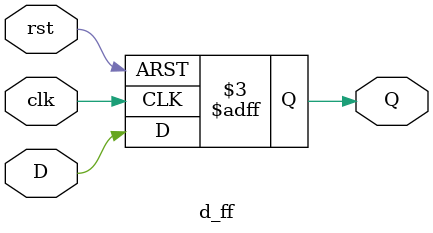
<source format=v>
`timescale 1ns / 1ps
module d_ff(Q,D,clk,rst);
input D,clk,rst;
output reg Q;
always @(posedge clk or posedge rst)
begin
if(rst==1'b1)
Q <= 1'b0;
else
Q <= D;
end
endmodule

</source>
